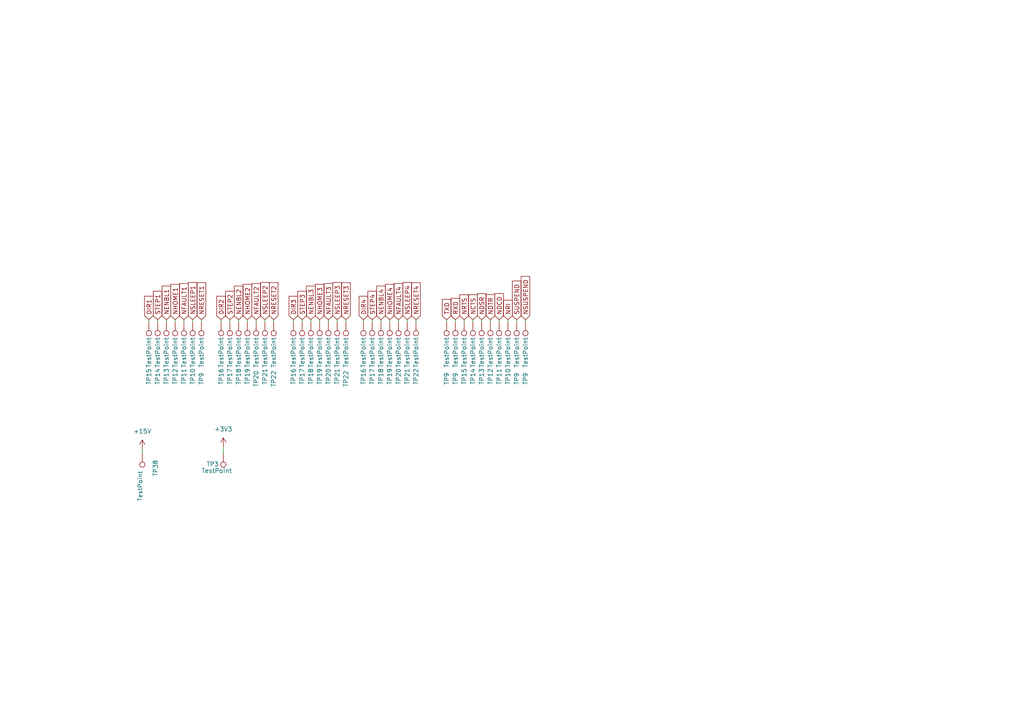
<source format=kicad_sch>
(kicad_sch (version 20230121) (generator eeschema)
  (paper "A4")
  (lib_symbols
    (symbol "Connector:TestPoint" (pin_numbers hide) (pin_names (offset 0.762) hide)
      (property "Reference" "TP" (at 0 6.858 0))
      (property "Value" "TestPoint" (at 0 5.08 0))
      (symbol "TestPoint_0_1"
        (circle (center 0 3.302) (radius 0.762))
      )
      (symbol "TestPoint_1_1"
        (pin passive line (at 0 0 90) (length 2.54) (name "1") (number "1"))
      )
    )
    (symbol "power:+15V" (power) (pin_names (offset 0))
      (property "Value" "+15V" (at 0 3.556 0))
      (symbol "+15V_0_1"
        (polyline (pts (xy -0.762 1.27) (xy 0 2.54)))
        (polyline (pts (xy 0 0) (xy 0 2.54)))
        (polyline (pts (xy 0 2.54) (xy 0.762 1.27)))
      )
      (symbol "+15V_1_1"
        (pin power_in line (at 0 0 90) (length 0) hide (name "+15V") (number "1"))
      )
    )
    (symbol "power:+3V3" (power) (pin_names (offset 0))
      (property "Value" "+3V3" (at 0 3.556 0))
      (symbol "+3V3_0_1"
        (polyline (pts (xy -0.762 1.27) (xy 0 2.54)))
        (polyline (pts (xy 0 0) (xy 0 2.54)))
        (polyline (pts (xy 0 2.54) (xy 0.762 1.27)))
      )
      (symbol "+3V3_1_1"
        (pin power_in line (at 0 0 90) (length 0) hide (name "+3V3") (number "1"))
      )
    )
  )
  (wire (pts (xy 53.34 92.71) (xy 53.34 93.345)))
  (wire (pts (xy 85.09 92.71) (xy 85.09 93.345)))
  (wire (pts (xy 142.24 92.71) (xy 142.24 93.345)))
  (wire (pts (xy 64.135 92.71) (xy 64.135 93.345)))
  (wire (pts (xy 71.755 92.71) (xy 71.755 93.345)))
  (wire (pts (xy 152.4 92.71) (xy 152.4 93.345)))
  (wire (pts (xy 55.88 92.71) (xy 55.88 93.345)))
  (wire (pts (xy 76.835 92.71) (xy 76.835 93.345)))
  (wire (pts (xy 107.95 92.71) (xy 107.95 93.345)))
  (wire (pts (xy 50.8 92.71) (xy 50.8 93.345)))
  (wire (pts (xy 134.62 92.71) (xy 134.62 93.345)))
  (wire (pts (xy 95.25 92.71) (xy 95.25 93.345)))
  (wire (pts (xy 97.79 92.71) (xy 97.79 93.345)))
  (wire (pts (xy 100.33 92.71) (xy 100.33 93.345)))
  (wire (pts (xy 79.375 92.71) (xy 79.375 93.345)))
  (wire (pts (xy 41.275 131.445) (xy 41.275 130.175)))
  (wire (pts (xy 129.54 92.71) (xy 129.54 93.345)))
  (wire (pts (xy 74.295 92.71) (xy 74.295 93.345)))
  (wire (pts (xy 147.32 92.71) (xy 147.32 93.345)))
  (wire (pts (xy 43.18 92.71) (xy 43.18 93.345)))
  (wire (pts (xy 69.215 92.71) (xy 69.215 93.345)))
  (wire (pts (xy 45.72 92.71) (xy 45.72 93.345)))
  (wire (pts (xy 118.11 92.71) (xy 118.11 93.345)))
  (wire (pts (xy 105.41 92.71) (xy 105.41 93.345)))
  (wire (pts (xy 113.03 92.71) (xy 113.03 93.345)))
  (wire (pts (xy 110.49 92.71) (xy 110.49 93.345)))
  (wire (pts (xy 137.16 92.71) (xy 137.16 93.345)))
  (wire (pts (xy 66.675 92.71) (xy 66.675 93.345)))
  (wire (pts (xy 58.42 92.71) (xy 58.42 93.345)))
  (wire (pts (xy 64.77 131.445) (xy 64.77 129.54)))
  (wire (pts (xy 120.65 92.71) (xy 120.65 93.345)))
  (wire (pts (xy 115.57 92.71) (xy 115.57 93.345)))
  (wire (pts (xy 48.26 92.71) (xy 48.26 93.345)))
  (wire (pts (xy 149.86 92.71) (xy 149.86 93.345)))
  (wire (pts (xy 139.7 92.71) (xy 139.7 93.345)))
  (wire (pts (xy 132.08 92.71) (xy 132.08 93.345)))
  (wire (pts (xy 92.71 92.71) (xy 92.71 93.345)))
  (wire (pts (xy 87.63 92.71) (xy 87.63 93.345)))
  (wire (pts (xy 144.78 92.71) (xy 144.78 93.345)))
  (wire (pts (xy 90.17 92.71) (xy 90.17 93.345)))
  (global_label "NRI" (shape input) (at 147.32 92.71 90) (property "Intersheetrefs" "${INTERSHEET_REFS}" (effects hide)))
  (global_label "NSLEEP4" (shape input) (at 118.11 92.71 90) (property "Intersheetrefs" "${INTERSHEET_REFS}" (effects hide)))
  (global_label "RXD" (shape input) (at 132.08 92.71 90) (property "Intersheetrefs" "${INTERSHEET_REFS}" (effects hide)))
  (global_label "NFAULT1" (shape input) (at 53.34 92.71 90) (property "Intersheetrefs" "${INTERSHEET_REFS}" (effects hide)))
  (global_label "NRESET2" (shape input) (at 79.375 92.71 90) (property "Intersheetrefs" "${INTERSHEET_REFS}" (effects hide)))
  (global_label "NFAULT3" (shape input) (at 95.25 92.71 90) (property "Intersheetrefs" "${INTERSHEET_REFS}" (effects hide)))
  (global_label "SUSPEND" (shape input) (at 149.86 92.71 90) (property "Intersheetrefs" "${INTERSHEET_REFS}" (effects hide)))
  (global_label "NSLEEP2" (shape input) (at 76.835 92.71 90) (property "Intersheetrefs" "${INTERSHEET_REFS}" (effects hide)))
  (global_label "NHOME2" (shape input) (at 71.755 92.71 90) (property "Intersheetrefs" "${INTERSHEET_REFS}" (effects hide)))
  (global_label "NRESET4" (shape input) (at 120.65 92.71 90) (property "Intersheetrefs" "${INTERSHEET_REFS}" (effects hide)))
  (global_label "NHOME4" (shape input) (at 113.03 92.71 90) (property "Intersheetrefs" "${INTERSHEET_REFS}" (effects hide)))
  (global_label "DIR2" (shape input) (at 64.135 92.71 90) (property "Intersheetrefs" "${INTERSHEET_REFS}" (effects hide)))
  (global_label "NSLEEP3" (shape input) (at 97.79 92.71 90) (property "Intersheetrefs" "${INTERSHEET_REFS}" (effects hide)))
  (global_label "DIR3" (shape input) (at 85.09 92.71 90) (property "Intersheetrefs" "${INTERSHEET_REFS}" (effects hide)))
  (global_label "NENBL3" (shape input) (at 90.17 92.71 90) (property "Intersheetrefs" "${INTERSHEET_REFS}" (effects hide)))
  (global_label "NHOME3" (shape input) (at 92.71 92.71 90) (property "Intersheetrefs" "${INTERSHEET_REFS}" (effects hide)))
  (global_label "STEP2" (shape input) (at 66.675 92.71 90) (property "Intersheetrefs" "${INTERSHEET_REFS}" (effects hide)))
  (global_label "TXD" (shape input) (at 129.54 92.71 90) (property "Intersheetrefs" "${INTERSHEET_REFS}" (effects hide)))
  (global_label "NSLEEP1" (shape input) (at 55.88 92.71 90) (property "Intersheetrefs" "${INTERSHEET_REFS}" (effects hide)))
  (global_label "STEP3" (shape input) (at 87.63 92.71 90) (property "Intersheetrefs" "${INTERSHEET_REFS}" (effects hide)))
  (global_label "NRESET1" (shape input) (at 58.42 92.71 90) (property "Intersheetrefs" "${INTERSHEET_REFS}" (effects hide)))
  (global_label "NHOME1" (shape input) (at 50.8 92.71 90) (property "Intersheetrefs" "${INTERSHEET_REFS}" (effects hide)))
  (global_label "NDCD" (shape input) (at 144.78 92.71 90) (property "Intersheetrefs" "${INTERSHEET_REFS}" (effects hide)))
  (global_label "NENBL2" (shape input) (at 69.215 92.71 90) (property "Intersheetrefs" "${INTERSHEET_REFS}" (effects hide)))
  (global_label "NENBL4" (shape input) (at 110.49 92.71 90) (property "Intersheetrefs" "${INTERSHEET_REFS}" (effects hide)))
  (global_label "DIR1" (shape input) (at 43.18 92.71 90) (property "Intersheetrefs" "${INTERSHEET_REFS}" (effects hide)))
  (global_label "NENBL1" (shape input) (at 48.26 92.71 90) (property "Intersheetrefs" "${INTERSHEET_REFS}" (effects hide)))
  (global_label "STEP1" (shape input) (at 45.72 92.71 90) (property "Intersheetrefs" "${INTERSHEET_REFS}" (effects hide)))
  (global_label "NFAULT4" (shape input) (at 115.57 92.71 90) (property "Intersheetrefs" "${INTERSHEET_REFS}" (effects hide)))
  (global_label "DIR4" (shape input) (at 105.41 92.71 90) (property "Intersheetrefs" "${INTERSHEET_REFS}" (effects hide)))
  (global_label "NFAULT2" (shape input) (at 74.295 92.71 90) (property "Intersheetrefs" "${INTERSHEET_REFS}" (effects hide)))
  (global_label "NDTR" (shape input) (at 142.24 92.71 90) (property "Intersheetrefs" "${INTERSHEET_REFS}" (effects hide)))
  (global_label "NRTS" (shape input) (at 134.62 92.71 90) (property "Intersheetrefs" "${INTERSHEET_REFS}" (effects hide)))
  (global_label "NRESET3" (shape input) (at 100.33 92.71 90) (property "Intersheetrefs" "${INTERSHEET_REFS}" (effects hide)))
  (global_label "NDSR" (shape input) (at 139.7 92.71 90) (property "Intersheetrefs" "${INTERSHEET_REFS}" (effects hide)))
  (global_label "NSUSPEND" (shape input) (at 152.4 92.71 90) (property "Intersheetrefs" "${INTERSHEET_REFS}" (effects hide)))
  (global_label "NCTS" (shape input) (at 137.16 92.71 90) (property "Intersheetrefs" "${INTERSHEET_REFS}" (effects hide)))
  (global_label "STEP4" (shape input) (at 107.95 92.71 90) (property "Intersheetrefs" "${INTERSHEET_REFS}" (effects hide)))
  (symbol (lib_id "Connector:TestPoint") (at 64.135 93.345 180) (unit 1)
    (property "Reference" "TP16" (at 64.135 109.22 90))
    (property "Value" "TestPoint" (at 64.135 102.235 90))
    (property "Footprint" "TestPoint:TestPoint_Pad_D1.5mm" (effects hide))
    (instances (project "Doodle Drive" (path "" (reference "TP16") (unit 1)) (path "" (reference "TP13") (unit 1))))
  )
  (symbol (lib_id "Connector:TestPoint") (at 79.375 93.345 180) (unit 1)
    (property "Reference" "TP22" (at 79.375 109.855 90))
    (property "Value" "TestPoint" (at 79.375 102.235 90))
    (property "Footprint" "TestPoint:TestPoint_Pad_D1.5mm" (effects hide))
    (instances (project "Doodle Drive" (path "" (reference "TP22") (unit 1)) (path "" (reference "TP19") (unit 1))))
  )
  (symbol (lib_id "Connector:TestPoint") (at 48.26 93.345 180) (unit 1)
    (property "Reference" "TP13" (at 48.26 109.22 90))
    (property "Value" "TestPoint" (at 48.26 102.235 90))
    (property "Footprint" "TestPoint:TestPoint_Pad_D1.5mm" (effects hide))
    (instances (project "Doodle Drive" (path "" (reference "TP13") (unit 1)) (path "" (reference "TP8") (unit 1))))
  )
  (symbol (lib_id "Connector:TestPoint") (at 41.275 131.445 180) (unit 1)
    (property "Reference" "TP38" (at 45.085 133.35 90) (effects (justify left)))
    (property "Value" "TestPoint" (at 40.64 136.525 90) (effects (justify left)))
    (property "Footprint" "TestPoint:TestPoint_Pad_D1.5mm" (effects hide))
    (instances (project "Doodle Drive" (path "" (reference "TP38") (unit 1)) (path "" (reference "TP40") (unit 1)) (path "" (reference "TP34") (unit 1))))
  )
  (symbol (lib_id "Connector:TestPoint") (at 144.78 93.345 180) (unit 1)
    (property "Reference" "TP11" (at 144.78 109.22 90))
    (property "Value" "TestPoint" (at 144.78 102.235 90))
    (property "Footprint" "TestPoint:TestPoint_Pad_D1.5mm" (effects hide))
    (instances (project "Doodle Drive" (path "" (reference "TP11") (unit 1)) (path "" (reference "TP47") (unit 1)) (path "" (reference "TP43") (unit 1))))
  )
  (symbol (lib_id "Connector:TestPoint") (at 92.71 93.345 180) (unit 1)
    (property "Reference" "TP19" (at 92.71 109.22 90))
    (property "Value" "TestPoint" (at 92.71 102.235 90))
    (property "Footprint" "TestPoint:TestPoint_Pad_D1.5mm" (effects hide))
    (instances (project "Doodle Drive" (path "" (reference "TP19") (unit 1)) (path "" (reference "TP26") (unit 1)) (path "" (reference "TP23") (unit 1))))
  )
  (symbol (lib_id "Connector:TestPoint") (at 118.11 93.345 180) (unit 1)
    (property "Reference" "TP21" (at 118.11 109.22 90))
    (property "Value" "TestPoint" (at 118.11 102.235 90))
    (property "Footprint" "TestPoint:TestPoint_Pad_D1.5mm" (effects hide))
    (instances (project "Doodle Drive" (path "" (reference "TP21") (unit 1)) (path "" (reference "TP35") (unit 1)) (path "" (reference "TP32") (unit 1))))
  )
  (symbol (lib_id "Connector:TestPoint") (at 90.17 93.345 180) (unit 1)
    (property "Reference" "TP18" (at 90.17 109.22 90))
    (property "Value" "TestPoint" (at 90.17 102.235 90))
    (property "Footprint" "TestPoint:TestPoint_Pad_D1.5mm" (effects hide))
    (instances (project "Doodle Drive" (path "" (reference "TP18") (unit 1)) (path "" (reference "TP25") (unit 1)) (path "" (reference "TP22") (unit 1))))
  )
  (symbol (lib_id "Connector:TestPoint") (at 50.8 93.345 180) (unit 1)
    (property "Reference" "TP12" (at 50.8 109.22 90))
    (property "Value" "TestPoint" (at 50.8 102.235 90))
    (property "Footprint" "TestPoint:TestPoint_Pad_D1.5mm" (effects hide))
    (instances (project "Doodle Drive" (path "" (reference "TP12") (unit 1)) (path "" (reference "TP9") (unit 1))))
  )
  (symbol (lib_id "Connector:TestPoint") (at 64.77 131.445 180) (unit 1)
    (property "Reference" "TP3" (at 63.5 134.62 0) (effects (justify left)))
    (property "Value" "TestPoint" (at 67.31 136.525 0) (effects (justify left)))
    (property "Footprint" "TestPoint:TestPoint_Pad_D1.5mm" (effects hide))
    (instances (project "Doodle Drive" (path "" (reference "TP3") (unit 1)) (path "" (reference "TP35") (unit 1))))
  )
  (symbol (lib_id "Connector:TestPoint") (at 142.24 93.345 180) (unit 1)
    (property "Reference" "TP12" (at 142.24 109.22 90))
    (property "Value" "TestPoint" (at 142.24 102.235 90))
    (property "Footprint" "TestPoint:TestPoint_Pad_D1.5mm" (effects hide))
    (instances (project "Doodle Drive" (path "" (reference "TP12") (unit 1)) (path "" (reference "TP46") (unit 1)) (path "" (reference "TP41") (unit 1))))
  )
  (symbol (lib_id "Connector:TestPoint") (at 53.34 93.345 180) (unit 1)
    (property "Reference" "TP11" (at 53.34 109.22 90))
    (property "Value" "TestPoint" (at 53.34 102.235 90))
    (property "Footprint" "TestPoint:TestPoint_Pad_D1.5mm" (effects hide))
    (instances (project "Doodle Drive" (path "" (reference "TP11") (unit 1)) (path "" (reference "TP10") (unit 1))))
  )
  (symbol (lib_id "Connector:TestPoint") (at 152.4 93.345 180) (unit 1)
    (property "Reference" "TP9" (at 152.4 109.855 90))
    (property "Value" "TestPoint" (at 152.4 102.235 90))
    (property "Footprint" "TestPoint:TestPoint_Pad_D1.5mm" (effects hide))
    (instances (project "Doodle Drive" (path "" (reference "TP9") (unit 1)) (path "" (reference "TP50") (unit 1)) (path "" (reference "TP46") (unit 1))))
  )
  (symbol (lib_id "Connector:TestPoint") (at 66.675 93.345 180) (unit 1)
    (property "Reference" "TP17" (at 66.675 109.22 90))
    (property "Value" "TestPoint" (at 66.675 102.235 90))
    (property "Footprint" "TestPoint:TestPoint_Pad_D1.5mm" (effects hide))
    (instances (project "Doodle Drive" (path "" (reference "TP17") (unit 1)) (path "" (reference "TP14") (unit 1))))
  )
  (symbol (lib_id "Connector:TestPoint") (at 147.32 93.345 180) (unit 1)
    (property "Reference" "TP10" (at 147.32 109.22 90))
    (property "Value" "TestPoint" (at 147.32 102.235 90))
    (property "Footprint" "TestPoint:TestPoint_Pad_D1.5mm" (effects hide))
    (instances (project "Doodle Drive" (path "" (reference "TP10") (unit 1)) (path "" (reference "TP48") (unit 1)) (path "" (reference "TP44") (unit 1))))
  )
  (symbol (lib_id "power:+15V") (at 41.275 130.175 0) (unit 1)
    (property "Reference" "#PWR067" (effects hide))
    (property "Value" "+15V" (at 41.275 125.095 0))
    (instances (project "Doodle Drive" (path "" (reference "#PWR067") (unit 1)) (path "" (reference "#PWR074") (unit 1))))
  )
  (symbol (lib_id "power:+3V3") (at 64.77 129.54 0) (unit 1)
    (property "Reference" "#PWR075" (effects hide))
    (property "Value" "+3V3" (at 64.77 124.46 0))
  )
  (symbol (lib_id "Connector:TestPoint") (at 149.86 93.345 180) (unit 1)
    (property "Reference" "TP9" (at 149.86 109.855 90))
    (property "Value" "TestPoint" (at 149.86 102.235 90))
    (property "Footprint" "TestPoint:TestPoint_Pad_D1.5mm" (effects hide))
    (instances (project "Doodle Drive" (path "" (reference "TP9") (unit 1)) (path "" (reference "TP49") (unit 1)) (path "" (reference "TP45") (unit 1))))
  )
  (symbol (lib_id "Connector:TestPoint") (at 58.42 93.345 180) (unit 1)
    (property "Reference" "TP9" (at 58.42 109.855 90))
    (property "Value" "TestPoint" (at 58.42 102.235 90))
    (property "Footprint" "TestPoint:TestPoint_Pad_D1.5mm" (effects hide))
    (instances (project "Doodle Drive" (path "" (reference "TP9") (unit 1)) (path "" (reference "TP12") (unit 1))))
  )
  (symbol (lib_id "Connector:TestPoint") (at 134.62 93.345 180) (unit 1)
    (property "Reference" "TP15" (at 134.62 109.22 90))
    (property "Value" "TestPoint" (at 134.62 102.235 90))
    (property "Footprint" "TestPoint:TestPoint_Pad_D1.5mm" (effects hide))
    (instances (project "Doodle Drive" (path "" (reference "TP15") (unit 1)) (path "" (reference "TP43") (unit 1)) (path "" (reference "TP38") (unit 1))))
  )
  (symbol (lib_id "Connector:TestPoint") (at 137.16 93.345 180) (unit 1)
    (property "Reference" "TP14" (at 137.16 109.22 90))
    (property "Value" "TestPoint" (at 137.16 102.235 90))
    (property "Footprint" "TestPoint:TestPoint_Pad_D1.5mm" (effects hide))
    (instances (project "Doodle Drive" (path "" (reference "TP14") (unit 1)) (path "" (reference "TP44") (unit 1)) (path "" (reference "TP39") (unit 1))))
  )
  (symbol (lib_id "Connector:TestPoint") (at 43.18 93.345 180) (unit 1)
    (property "Reference" "TP15" (at 43.18 109.22 90))
    (property "Value" "TestPoint" (at 43.18 102.235 90))
    (property "Footprint" "TestPoint:TestPoint_Pad_D1.5mm" (effects hide))
    (instances (project "Doodle Drive" (path "" (reference "TP15") (unit 1)) (path "" (reference "TP6") (unit 1))))
  )
  (symbol (lib_id "Connector:TestPoint") (at 105.41 93.345 180) (unit 1)
    (property "Reference" "TP16" (at 105.41 109.22 90))
    (property "Value" "TestPoint" (at 105.41 102.235 90))
    (property "Footprint" "TestPoint:TestPoint_Pad_D1.5mm" (effects hide))
    (instances (project "Doodle Drive" (path "" (reference "TP16") (unit 1)) (path "" (reference "TP30") (unit 1)) (path "" (reference "TP27") (unit 1))))
  )
  (symbol (lib_id "Connector:TestPoint") (at 97.79 93.345 180) (unit 1)
    (property "Reference" "TP21" (at 97.79 109.22 90))
    (property "Value" "TestPoint" (at 97.79 102.235 90))
    (property "Footprint" "TestPoint:TestPoint_Pad_D1.5mm" (effects hide))
    (instances (project "Doodle Drive" (path "" (reference "TP21") (unit 1)) (path "" (reference "TP28") (unit 1)) (path "" (reference "TP25") (unit 1))))
  )
  (symbol (lib_id "Connector:TestPoint") (at 55.88 93.345 180) (unit 1)
    (property "Reference" "TP10" (at 55.88 109.22 90))
    (property "Value" "TestPoint" (at 55.88 102.235 90))
    (property "Footprint" "TestPoint:TestPoint_Pad_D1.5mm" (effects hide))
    (instances (project "Doodle Drive" (path "" (reference "TP10") (unit 1)) (path "" (reference "TP11") (unit 1))))
  )
  (symbol (lib_id "Connector:TestPoint") (at 85.09 93.345 180) (unit 1)
    (property "Reference" "TP16" (at 85.09 109.22 90))
    (property "Value" "TestPoint" (at 85.09 102.235 90))
    (property "Footprint" "TestPoint:TestPoint_Pad_D1.5mm" (effects hide))
    (instances (project "Doodle Drive" (path "" (reference "TP16") (unit 1)) (path "" (reference "TP23") (unit 1)) (path "" (reference "TP20") (unit 1))))
  )
  (symbol (lib_id "Connector:TestPoint") (at 71.755 93.345 180) (unit 1)
    (property "Reference" "TP19" (at 71.755 109.22 90))
    (property "Value" "TestPoint" (at 71.755 102.235 90))
    (property "Footprint" "TestPoint:TestPoint_Pad_D1.5mm" (effects hide))
    (instances (project "Doodle Drive" (path "" (reference "TP19") (unit 1)) (path "" (reference "TP16") (unit 1))))
  )
  (symbol (lib_id "Connector:TestPoint") (at 45.72 93.345 180) (unit 1)
    (property "Reference" "TP14" (at 45.72 109.22 90))
    (property "Value" "TestPoint" (at 45.72 102.235 90))
    (property "Footprint" "TestPoint:TestPoint_Pad_D1.5mm" (effects hide))
    (instances (project "Doodle Drive" (path "" (reference "TP14") (unit 1)) (path "" (reference "TP7") (unit 1))))
  )
  (symbol (lib_id "Connector:TestPoint") (at 87.63 93.345 180) (unit 1)
    (property "Reference" "TP17" (at 87.63 109.22 90))
    (property "Value" "TestPoint" (at 87.63 102.235 90))
    (property "Footprint" "TestPoint:TestPoint_Pad_D1.5mm" (effects hide))
    (instances (project "Doodle Drive" (path "" (reference "TP17") (unit 1)) (path "" (reference "TP24") (unit 1)) (path "" (reference "TP21") (unit 1))))
  )
  (symbol (lib_id "Connector:TestPoint") (at 132.08 93.345 180) (unit 1)
    (property "Reference" "TP9" (at 132.08 109.855 90))
    (property "Value" "TestPoint" (at 132.08 102.235 90))
    (property "Footprint" "TestPoint:TestPoint_Pad_D1.5mm" (effects hide))
    (instances (project "Doodle Drive" (path "" (reference "TP9") (unit 1)) (path "" (reference "TP38") (unit 1)) (path "" (reference "TP36") (unit 1))))
  )
  (symbol (lib_id "Connector:TestPoint") (at 100.33 93.345 180) (unit 1)
    (property "Reference" "TP22" (at 100.33 109.855 90))
    (property "Value" "TestPoint" (at 100.33 102.235 90))
    (property "Footprint" "TestPoint:TestPoint_Pad_D1.5mm" (effects hide))
    (instances (project "Doodle Drive" (path "" (reference "TP22") (unit 1)) (path "" (reference "TP29") (unit 1)) (path "" (reference "TP26") (unit 1))))
  )
  (symbol (lib_id "Connector:TestPoint") (at 69.215 93.345 180) (unit 1)
    (property "Reference" "TP18" (at 69.215 109.22 90))
    (property "Value" "TestPoint" (at 69.215 102.235 90))
    (property "Footprint" "TestPoint:TestPoint_Pad_D1.5mm" (effects hide))
    (instances (project "Doodle Drive" (path "" (reference "TP18") (unit 1)) (path "" (reference "TP15") (unit 1))))
  )
  (symbol (lib_id "Connector:TestPoint") (at 139.7 93.345 180) (unit 1)
    (property "Reference" "TP13" (at 139.7 109.22 90))
    (property "Value" "TestPoint" (at 139.7 102.235 90))
    (property "Footprint" "TestPoint:TestPoint_Pad_D1.5mm" (effects hide))
    (instances (project "Doodle Drive" (path "" (reference "TP13") (unit 1)) (path "" (reference "TP45") (unit 1)) (path "" (reference "TP40") (unit 1))))
  )
  (symbol (lib_id "Connector:TestPoint") (at 74.295 93.345 180) (unit 1)
    (property "Reference" "TP20" (at 74.295 109.855 90))
    (property "Value" "TestPoint" (at 74.295 102.235 90))
    (property "Footprint" "TestPoint:TestPoint_Pad_D1.5mm" (effects hide))
    (instances (project "Doodle Drive" (path "" (reference "TP20") (unit 1)) (path "" (reference "TP17") (unit 1))))
  )
  (symbol (lib_id "Connector:TestPoint") (at 120.65 93.345 180) (unit 1)
    (property "Reference" "TP22" (at 120.65 109.22 90))
    (property "Value" "TestPoint" (at 120.65 102.235 90))
    (property "Footprint" "TestPoint:TestPoint_Pad_D1.5mm" (effects hide))
    (instances (project "Doodle Drive" (path "" (reference "TP22") (unit 1)) (path "" (reference "TP36") (unit 1)) (path "" (reference "TP33") (unit 1))))
  )
  (symbol (lib_id "Connector:TestPoint") (at 115.57 93.345 180) (unit 1)
    (property "Reference" "TP20" (at 115.57 109.22 90))
    (property "Value" "TestPoint" (at 115.57 102.235 90))
    (property "Footprint" "TestPoint:TestPoint_Pad_D1.5mm" (effects hide))
    (instances (project "Doodle Drive" (path "" (reference "TP20") (unit 1)) (path "" (reference "TP34") (unit 1)) (path "" (reference "TP31") (unit 1))))
  )
  (symbol (lib_id "Connector:TestPoint") (at 129.54 93.345 180) (unit 1)
    (property "Reference" "TP9" (at 129.54 109.855 90))
    (property "Value" "TestPoint" (at 129.54 102.235 90))
    (property "Footprint" "TestPoint:TestPoint_Pad_D1.5mm" (effects hide))
    (instances (project "Doodle Drive" (path "" (reference "TP9") (unit 1)) (path "" (reference "TP4") (unit 1)) (path "" (reference "TP4") (unit 1))))
  )
  (symbol (lib_id "Connector:TestPoint") (at 76.835 93.345 180) (unit 1)
    (property "Reference" "TP21" (at 76.835 109.22 90))
    (property "Value" "TestPoint" (at 76.835 102.235 90))
    (property "Footprint" "TestPoint:TestPoint_Pad_D1.5mm" (effects hide))
    (instances (project "Doodle Drive" (path "" (reference "TP21") (unit 1)) (path "" (reference "TP18") (unit 1))))
  )
  (symbol (lib_id "Connector:TestPoint") (at 110.49 93.345 180) (unit 1)
    (property "Reference" "TP18" (at 110.49 109.22 90))
    (property "Value" "TestPoint" (at 110.49 102.235 90))
    (property "Footprint" "TestPoint:TestPoint_Pad_D1.5mm" (effects hide))
    (instances (project "Doodle Drive" (path "" (reference "TP18") (unit 1)) (path "" (reference "TP32") (unit 1)) (path "" (reference "TP29") (unit 1))))
  )
  (symbol (lib_id "Connector:TestPoint") (at 95.25 93.345 180) (unit 1)
    (property "Reference" "TP20" (at 95.25 109.22 90))
    (property "Value" "TestPoint" (at 95.25 102.235 90))
    (property "Footprint" "TestPoint:TestPoint_Pad_D1.5mm" (effects hide))
    (instances (project "Doodle Drive" (path "" (reference "TP20") (unit 1)) (path "" (reference "TP27") (unit 1)) (path "" (reference "TP24") (unit 1))))
  )
  (symbol (lib_id "Connector:TestPoint") (at 113.03 93.345 180) (unit 1)
    (property "Reference" "TP19" (at 113.03 109.22 90))
    (property "Value" "TestPoint" (at 113.03 102.235 90))
    (property "Footprint" "TestPoint:TestPoint_Pad_D1.5mm" (effects hide))
    (instances (project "Doodle Drive" (path "" (reference "TP19") (unit 1)) (path "" (reference "TP33") (unit 1)) (path "" (reference "TP30") (unit 1))))
  )
  (symbol (lib_id "Connector:TestPoint") (at 107.95 93.345 180) (unit 1)
    (property "Reference" "TP17" (at 107.95 109.22 90))
    (property "Value" "TestPoint" (at 107.95 102.235 90))
    (property "Footprint" "TestPoint:TestPoint_Pad_D1.5mm" (effects hide))
    (instances (project "Doodle Drive" (path "" (reference "TP17") (unit 1)) (path "" (reference "TP31") (unit 1)) (path "" (reference "TP28") (unit 1))))
  )
)
</source>
